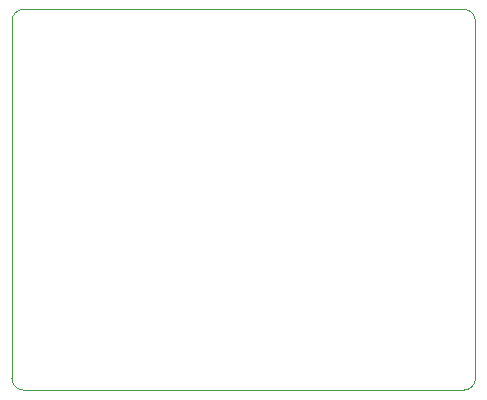
<source format=gbr>
G04 #@! TF.GenerationSoftware,KiCad,Pcbnew,(5.1.0)-1*
G04 #@! TF.CreationDate,2020-03-11T19:31:42+00:00*
G04 #@! TF.ProjectId,Line Generator,4c696e65-2047-4656-9e65-7261746f722e,rev?*
G04 #@! TF.SameCoordinates,Original*
G04 #@! TF.FileFunction,Profile,NP*
%FSLAX46Y46*%
G04 Gerber Fmt 4.6, Leading zero omitted, Abs format (unit mm)*
G04 Created by KiCad (PCBNEW (5.1.0)-1) date 2020-03-11 19:31:42*
%MOMM*%
%LPD*%
G04 APERTURE LIST*
%ADD10C,0.050000*%
G04 APERTURE END LIST*
D10*
X240500000Y-68750000D02*
G75*
G02X241500000Y-69750000I0J-1000000D01*
G01*
X241500000Y-100000000D02*
G75*
G02X240500000Y-101000000I-1000000J0D01*
G01*
X203250000Y-101000000D02*
G75*
G02X202250000Y-100000000I0J1000000D01*
G01*
X202250000Y-69750000D02*
G75*
G02X203250000Y-68750000I1000000J0D01*
G01*
X202250000Y-100000000D02*
X202250000Y-69750000D01*
X240500000Y-101000000D02*
X203250000Y-101000000D01*
X241500000Y-69750000D02*
X241500000Y-100000000D01*
X203250000Y-68750000D02*
X240500000Y-68750000D01*
M02*

</source>
